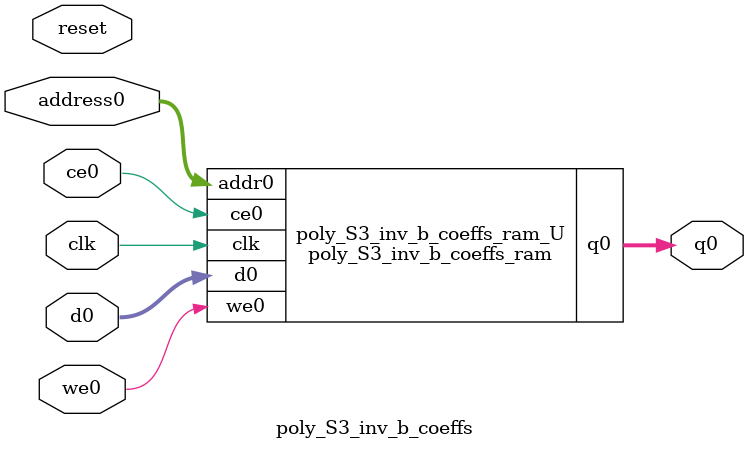
<source format=v>
`timescale 1 ns / 1 ps
module poly_S3_inv_b_coeffs_ram (addr0, ce0, d0, we0, q0,  clk);

parameter DWIDTH = 16;
parameter AWIDTH = 10;
parameter MEM_SIZE = 677;

input[AWIDTH-1:0] addr0;
input ce0;
input[DWIDTH-1:0] d0;
input we0;
output reg[DWIDTH-1:0] q0;
input clk;

(* ram_style = "block" *)reg [DWIDTH-1:0] ram[0:MEM_SIZE-1];




always @(posedge clk)  
begin 
    if (ce0) 
    begin
        if (we0) 
        begin 
            ram[addr0] <= d0; 
        end 
        q0 <= ram[addr0];
    end
end


endmodule

`timescale 1 ns / 1 ps
module poly_S3_inv_b_coeffs(
    reset,
    clk,
    address0,
    ce0,
    we0,
    d0,
    q0);

parameter DataWidth = 32'd16;
parameter AddressRange = 32'd677;
parameter AddressWidth = 32'd10;
input reset;
input clk;
input[AddressWidth - 1:0] address0;
input ce0;
input we0;
input[DataWidth - 1:0] d0;
output[DataWidth - 1:0] q0;



poly_S3_inv_b_coeffs_ram poly_S3_inv_b_coeffs_ram_U(
    .clk( clk ),
    .addr0( address0 ),
    .ce0( ce0 ),
    .we0( we0 ),
    .d0( d0 ),
    .q0( q0 ));

endmodule


</source>
